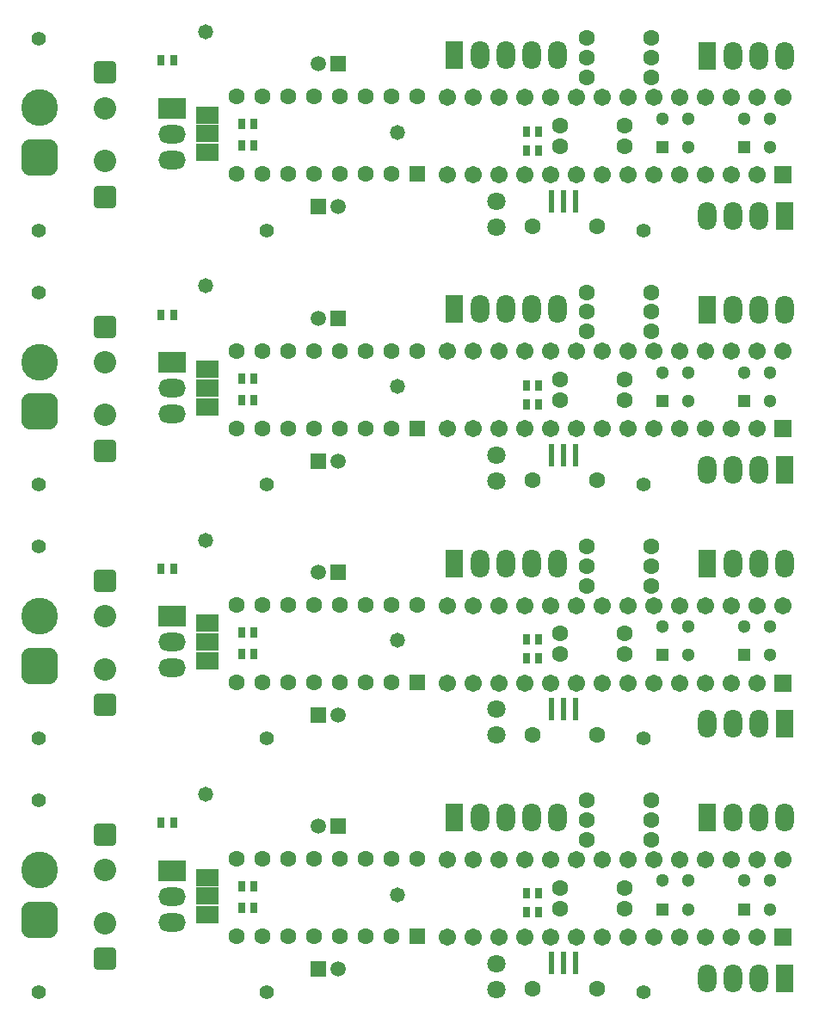
<source format=gts>
G04*
G04 #@! TF.GenerationSoftware,Altium Limited,Altium Designer,21.4.1 (30)*
G04*
G04 Layer_Color=8388736*
%FSLAX44Y44*%
%MOMM*%
G71*
G04*
G04 #@! TF.SameCoordinates,DC4F367D-8D4E-4889-AD52-647C8777383A*
G04*
G04*
G04 #@! TF.FilePolarity,Negative*
G04*
G01*
G75*
%ADD27C,1.3000*%
%ADD37R,1.3000X1.3000*%
%ADD39C,3.6032*%
G04:AMPARAMS|DCode=40|XSize=3.6032mm|YSize=3.6032mm|CornerRadius=0.9516mm|HoleSize=0mm|Usage=FLASHONLY|Rotation=180.000|XOffset=0mm|YOffset=0mm|HoleType=Round|Shape=RoundedRectangle|*
%AMROUNDEDRECTD40*
21,1,3.6032,1.7000,0,0,180.0*
21,1,1.7000,3.6032,0,0,180.0*
1,1,1.9032,-0.8500,0.8500*
1,1,1.9032,0.8500,0.8500*
1,1,1.9032,0.8500,-0.8500*
1,1,1.9032,-0.8500,-0.8500*
%
%ADD40ROUNDEDRECTD40*%
%ADD41R,0.8032X1.0532*%
%ADD42R,2.2032X1.7032*%
%ADD43R,0.6032X2.2032*%
%ADD44R,1.8032X2.8032*%
%ADD45O,1.8032X2.8032*%
%ADD46R,1.6032X1.6032*%
%ADD47C,1.6032*%
%ADD48R,1.5032X1.5032*%
%ADD49C,1.5032*%
%ADD50C,2.2032*%
G04:AMPARAMS|DCode=51|XSize=2.2032mm|YSize=2.2032mm|CornerRadius=0.3516mm|HoleSize=0mm|Usage=FLASHONLY|Rotation=270.000|XOffset=0mm|YOffset=0mm|HoleType=Round|Shape=RoundedRectangle|*
%AMROUNDEDRECTD51*
21,1,2.2032,1.5000,0,0,270.0*
21,1,1.5000,2.2032,0,0,270.0*
1,1,0.7032,-0.7500,-0.7500*
1,1,0.7032,-0.7500,0.7500*
1,1,0.7032,0.7500,0.7500*
1,1,0.7032,0.7500,-0.7500*
%
%ADD51ROUNDEDRECTD51*%
%ADD52C,1.4032*%
%ADD53C,1.6002*%
%ADD54C,1.8032*%
%ADD55O,2.7032X1.8032*%
%ADD56R,2.7032X2.0032*%
%ADD57R,1.7032X1.7032*%
%ADD58C,1.7032*%
%ADD59C,1.4732*%
D27*
X2765580Y1667795D02*
D03*
X2790980Y1639795D02*
D03*
Y1667795D02*
D03*
X2684554D02*
D03*
X2709954Y1639795D02*
D03*
Y1667795D02*
D03*
X2765580Y1917795D02*
D03*
X2790980Y1889795D02*
D03*
Y1917795D02*
D03*
X2684554D02*
D03*
X2709954Y1889795D02*
D03*
Y1917795D02*
D03*
X2765580Y2167795D02*
D03*
X2790980Y2139795D02*
D03*
Y2167795D02*
D03*
X2684554D02*
D03*
X2709954Y2139795D02*
D03*
Y2167795D02*
D03*
X2765580Y2417795D02*
D03*
X2790980Y2389795D02*
D03*
Y2417795D02*
D03*
X2684554D02*
D03*
X2709954Y2389795D02*
D03*
Y2417795D02*
D03*
D37*
X2765580Y1639795D02*
D03*
X2684554D02*
D03*
X2765580Y1889795D02*
D03*
X2684554D02*
D03*
X2765580Y2139795D02*
D03*
X2684554D02*
D03*
X2765580Y2389795D02*
D03*
X2684554D02*
D03*
D39*
X2071906Y1678231D02*
D03*
Y1928231D02*
D03*
Y2178231D02*
D03*
Y2428231D02*
D03*
D40*
Y1629231D02*
D03*
Y1879231D02*
D03*
Y2129231D02*
D03*
Y2379231D02*
D03*
D41*
X2270662Y1640893D02*
D03*
X2283106D02*
D03*
X2550824Y1655117D02*
D03*
X2563268D02*
D03*
X2550824Y1636575D02*
D03*
X2563268D02*
D03*
X2191316Y1724713D02*
D03*
X2203760D02*
D03*
X2270662Y1662229D02*
D03*
X2283106D02*
D03*
X2270662Y1890893D02*
D03*
X2283106D02*
D03*
X2550824Y1905117D02*
D03*
X2563268D02*
D03*
X2550824Y1886575D02*
D03*
X2563268D02*
D03*
X2191316Y1974713D02*
D03*
X2203760D02*
D03*
X2270662Y1912229D02*
D03*
X2283106D02*
D03*
X2270662Y2140893D02*
D03*
X2283106D02*
D03*
X2550824Y2155117D02*
D03*
X2563268D02*
D03*
X2550824Y2136575D02*
D03*
X2563268D02*
D03*
X2191316Y2224713D02*
D03*
X2203760D02*
D03*
X2270662Y2162229D02*
D03*
X2283106D02*
D03*
X2270662Y2390893D02*
D03*
X2283106D02*
D03*
X2550824Y2405117D02*
D03*
X2563268D02*
D03*
X2550824Y2386575D02*
D03*
X2563268D02*
D03*
X2191316Y2474713D02*
D03*
X2203760D02*
D03*
X2270662Y2412229D02*
D03*
X2283106D02*
D03*
D42*
X2237260Y1634196D02*
D03*
Y1671026D02*
D03*
X2237006Y1652738D02*
D03*
X2237260Y1884196D02*
D03*
Y1921026D02*
D03*
X2237006Y1902738D02*
D03*
X2237260Y2134196D02*
D03*
Y2171026D02*
D03*
X2237006Y2152738D02*
D03*
X2237260Y2384196D02*
D03*
Y2421026D02*
D03*
X2237006Y2402738D02*
D03*
D43*
X2599526Y1586537D02*
D03*
X2587526D02*
D03*
X2575526D02*
D03*
X2599526Y1836537D02*
D03*
X2587526D02*
D03*
X2575526D02*
D03*
X2599526Y2086537D02*
D03*
X2587526D02*
D03*
X2575526D02*
D03*
X2599526Y2336537D02*
D03*
X2587526D02*
D03*
X2575526D02*
D03*
D44*
X2479772Y1729985D02*
D03*
X2728756Y1729685D02*
D03*
X2805056Y1572059D02*
D03*
X2479772Y1979985D02*
D03*
X2728756Y1979685D02*
D03*
X2805056Y1822059D02*
D03*
X2479772Y2229985D02*
D03*
X2728756Y2229685D02*
D03*
X2805056Y2072059D02*
D03*
X2479772Y2479985D02*
D03*
X2728756Y2479685D02*
D03*
X2805056Y2322059D02*
D03*
D45*
X2505172Y1729985D02*
D03*
X2530572D02*
D03*
X2555972D02*
D03*
X2581372D02*
D03*
X2754156Y1729685D02*
D03*
X2779556D02*
D03*
X2804956D02*
D03*
X2779656Y1572059D02*
D03*
X2754256D02*
D03*
X2728856D02*
D03*
X2505172Y1979985D02*
D03*
X2530572D02*
D03*
X2555972D02*
D03*
X2581372D02*
D03*
X2754156Y1979685D02*
D03*
X2779556D02*
D03*
X2804956D02*
D03*
X2779656Y1822059D02*
D03*
X2754256D02*
D03*
X2728856D02*
D03*
X2505172Y2229985D02*
D03*
X2530572D02*
D03*
X2555972D02*
D03*
X2581372D02*
D03*
X2754156Y2229685D02*
D03*
X2779556D02*
D03*
X2804956D02*
D03*
X2779656Y2072059D02*
D03*
X2754256D02*
D03*
X2728856D02*
D03*
X2505172Y2479985D02*
D03*
X2530572D02*
D03*
X2555972D02*
D03*
X2581372D02*
D03*
X2754156Y2479685D02*
D03*
X2779556D02*
D03*
X2804956D02*
D03*
X2779656Y2322059D02*
D03*
X2754256D02*
D03*
X2728856D02*
D03*
D46*
X2443508Y1612945D02*
D03*
Y1862945D02*
D03*
Y2112945D02*
D03*
Y2362945D02*
D03*
D47*
X2418108Y1612945D02*
D03*
X2392708D02*
D03*
X2367308D02*
D03*
X2341908D02*
D03*
X2316508D02*
D03*
X2291108D02*
D03*
X2265708D02*
D03*
X2443508Y1689145D02*
D03*
X2418108D02*
D03*
X2392708D02*
D03*
X2367308D02*
D03*
X2341908D02*
D03*
X2316508D02*
D03*
X2291108D02*
D03*
X2265708D02*
D03*
X2418108Y1862945D02*
D03*
X2392708D02*
D03*
X2367308D02*
D03*
X2341908D02*
D03*
X2316508D02*
D03*
X2291108D02*
D03*
X2265708D02*
D03*
X2443508Y1939145D02*
D03*
X2418108D02*
D03*
X2392708D02*
D03*
X2367308D02*
D03*
X2341908D02*
D03*
X2316508D02*
D03*
X2291108D02*
D03*
X2265708D02*
D03*
X2418108Y2112945D02*
D03*
X2392708D02*
D03*
X2367308D02*
D03*
X2341908D02*
D03*
X2316508D02*
D03*
X2291108D02*
D03*
X2265708D02*
D03*
X2443508Y2189145D02*
D03*
X2418108D02*
D03*
X2392708D02*
D03*
X2367308D02*
D03*
X2341908D02*
D03*
X2316508D02*
D03*
X2291108D02*
D03*
X2265708D02*
D03*
X2418108Y2362945D02*
D03*
X2392708D02*
D03*
X2367308D02*
D03*
X2341908D02*
D03*
X2316508D02*
D03*
X2291108D02*
D03*
X2265708D02*
D03*
X2443508Y2439145D02*
D03*
X2418108D02*
D03*
X2392708D02*
D03*
X2367308D02*
D03*
X2341908D02*
D03*
X2316508D02*
D03*
X2291108D02*
D03*
X2265708D02*
D03*
D48*
X2366058Y1721336D02*
D03*
X2346058Y1580949D02*
D03*
X2366058Y1971336D02*
D03*
X2346058Y1830949D02*
D03*
X2366058Y2221336D02*
D03*
X2346058Y2080949D02*
D03*
X2366058Y2471336D02*
D03*
X2346058Y2330949D02*
D03*
D49*
X2346058Y1721336D02*
D03*
X2366058Y1580949D02*
D03*
X2346058Y1971336D02*
D03*
X2366058Y1830949D02*
D03*
X2346058Y2221336D02*
D03*
X2366058Y2080949D02*
D03*
X2346058Y2471336D02*
D03*
X2366058Y2330949D02*
D03*
D50*
X2136422Y1678029D02*
D03*
X2135940Y1625881D02*
D03*
X2136422Y1928029D02*
D03*
X2135940Y1875881D02*
D03*
X2136422Y2178029D02*
D03*
X2135940Y2125881D02*
D03*
X2136422Y2428029D02*
D03*
X2135940Y2375881D02*
D03*
D51*
X2136422Y1713029D02*
D03*
X2135940Y1590881D02*
D03*
X2136422Y1963029D02*
D03*
X2135940Y1840881D02*
D03*
X2136422Y2213029D02*
D03*
X2135940Y2090881D02*
D03*
X2136422Y2463029D02*
D03*
X2135940Y2340881D02*
D03*
D52*
X2071398Y1746557D02*
D03*
X2295426Y1557835D02*
D03*
X2666520D02*
D03*
X2071398D02*
D03*
Y1996557D02*
D03*
X2295426Y1807835D02*
D03*
X2666520D02*
D03*
X2071398D02*
D03*
Y2246557D02*
D03*
X2295426Y2057835D02*
D03*
X2666520D02*
D03*
X2071398D02*
D03*
Y2496557D02*
D03*
X2295426Y2307835D02*
D03*
X2666520D02*
D03*
X2071398D02*
D03*
D53*
X2673886Y1727480D02*
D03*
X2610386D02*
D03*
Y1708149D02*
D03*
X2673886D02*
D03*
Y1746811D02*
D03*
X2610386D02*
D03*
X2556594Y1561645D02*
D03*
X2620094D02*
D03*
X2647216Y1640639D02*
D03*
X2583716D02*
D03*
X2647216Y1660959D02*
D03*
X2583716D02*
D03*
X2673886Y1977480D02*
D03*
X2610386D02*
D03*
Y1958149D02*
D03*
X2673886D02*
D03*
Y1996811D02*
D03*
X2610386D02*
D03*
X2556594Y1811645D02*
D03*
X2620094D02*
D03*
X2647216Y1890639D02*
D03*
X2583716D02*
D03*
X2647216Y1910959D02*
D03*
X2583716D02*
D03*
X2673886Y2227480D02*
D03*
X2610386D02*
D03*
Y2208149D02*
D03*
X2673886D02*
D03*
Y2246811D02*
D03*
X2610386D02*
D03*
X2556594Y2061645D02*
D03*
X2620094D02*
D03*
X2647216Y2140639D02*
D03*
X2583716D02*
D03*
X2647216Y2160959D02*
D03*
X2583716D02*
D03*
X2673886Y2477480D02*
D03*
X2610386D02*
D03*
Y2458149D02*
D03*
X2673886D02*
D03*
Y2496811D02*
D03*
X2610386D02*
D03*
X2556594Y2311645D02*
D03*
X2620094D02*
D03*
X2647216Y2390639D02*
D03*
X2583716D02*
D03*
X2647216Y2410959D02*
D03*
X2583716D02*
D03*
D54*
X2521232Y1560883D02*
D03*
Y1586283D02*
D03*
Y1810883D02*
D03*
Y1836283D02*
D03*
Y2060883D02*
D03*
Y2086283D02*
D03*
Y2310883D02*
D03*
Y2336283D02*
D03*
D55*
X2202208Y1626923D02*
D03*
Y1652323D02*
D03*
Y1876923D02*
D03*
Y1902323D02*
D03*
Y2126923D02*
D03*
Y2152323D02*
D03*
Y2376923D02*
D03*
Y2402323D02*
D03*
D56*
Y1677723D02*
D03*
Y1927723D02*
D03*
Y2177723D02*
D03*
Y2427723D02*
D03*
D57*
X2803172Y1612445D02*
D03*
Y1862445D02*
D03*
Y2112445D02*
D03*
Y2362445D02*
D03*
D58*
X2777772Y1612445D02*
D03*
X2752372D02*
D03*
X2726972D02*
D03*
X2701572D02*
D03*
X2676172D02*
D03*
X2650772D02*
D03*
X2625372D02*
D03*
X2599972D02*
D03*
X2574572D02*
D03*
X2549172D02*
D03*
X2523772D02*
D03*
X2498372D02*
D03*
X2472972D02*
D03*
X2803172Y1688645D02*
D03*
X2777772D02*
D03*
X2752372D02*
D03*
X2726972D02*
D03*
X2701572D02*
D03*
X2676172D02*
D03*
X2650772D02*
D03*
X2625372D02*
D03*
X2599972D02*
D03*
X2574572D02*
D03*
X2549172D02*
D03*
X2523772D02*
D03*
X2498372D02*
D03*
X2472972D02*
D03*
X2777772Y1862445D02*
D03*
X2752372D02*
D03*
X2726972D02*
D03*
X2701572D02*
D03*
X2676172D02*
D03*
X2650772D02*
D03*
X2625372D02*
D03*
X2599972D02*
D03*
X2574572D02*
D03*
X2549172D02*
D03*
X2523772D02*
D03*
X2498372D02*
D03*
X2472972D02*
D03*
X2803172Y1938645D02*
D03*
X2777772D02*
D03*
X2752372D02*
D03*
X2726972D02*
D03*
X2701572D02*
D03*
X2676172D02*
D03*
X2650772D02*
D03*
X2625372D02*
D03*
X2599972D02*
D03*
X2574572D02*
D03*
X2549172D02*
D03*
X2523772D02*
D03*
X2498372D02*
D03*
X2472972D02*
D03*
X2777772Y2112445D02*
D03*
X2752372D02*
D03*
X2726972D02*
D03*
X2701572D02*
D03*
X2676172D02*
D03*
X2650772D02*
D03*
X2625372D02*
D03*
X2599972D02*
D03*
X2574572D02*
D03*
X2549172D02*
D03*
X2523772D02*
D03*
X2498372D02*
D03*
X2472972D02*
D03*
X2803172Y2188645D02*
D03*
X2777772D02*
D03*
X2752372D02*
D03*
X2726972D02*
D03*
X2701572D02*
D03*
X2676172D02*
D03*
X2650772D02*
D03*
X2625372D02*
D03*
X2599972D02*
D03*
X2574572D02*
D03*
X2549172D02*
D03*
X2523772D02*
D03*
X2498372D02*
D03*
X2472972D02*
D03*
X2777772Y2362445D02*
D03*
X2752372D02*
D03*
X2726972D02*
D03*
X2701572D02*
D03*
X2676172D02*
D03*
X2650772D02*
D03*
X2625372D02*
D03*
X2599972D02*
D03*
X2574572D02*
D03*
X2549172D02*
D03*
X2523772D02*
D03*
X2498372D02*
D03*
X2472972D02*
D03*
X2803172Y2438645D02*
D03*
X2777772D02*
D03*
X2752372D02*
D03*
X2726972D02*
D03*
X2701572D02*
D03*
X2676172D02*
D03*
X2650772D02*
D03*
X2625372D02*
D03*
X2599972D02*
D03*
X2574572D02*
D03*
X2549172D02*
D03*
X2523772D02*
D03*
X2498372D02*
D03*
X2472972D02*
D03*
D59*
X2235553Y1752978D02*
D03*
X2423696Y1654101D02*
D03*
X2235553Y2002978D02*
D03*
X2423696Y1904101D02*
D03*
X2235553Y2252978D02*
D03*
X2423696Y2154101D02*
D03*
X2235553Y2502978D02*
D03*
X2423696Y2404101D02*
D03*
M02*

</source>
